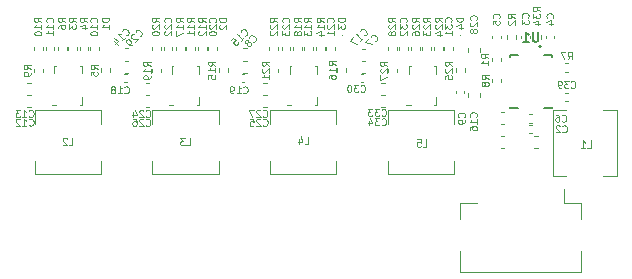
<source format=gbr>
G04 #@! TF.GenerationSoftware,KiCad,Pcbnew,(6.0.4)*
G04 #@! TF.CreationDate,2022-07-06T17:35:23+08:00*
G04 #@! TF.ProjectId,MP2145S_EVB,4d503231-3435-4535-9f45-56422e6b6963,rev?*
G04 #@! TF.SameCoordinates,PX5e56640PY77750e0*
G04 #@! TF.FileFunction,Legend,Bot*
G04 #@! TF.FilePolarity,Positive*
%FSLAX46Y46*%
G04 Gerber Fmt 4.6, Leading zero omitted, Abs format (unit mm)*
G04 Created by KiCad (PCBNEW (6.0.4)) date 2022-07-06 17:35:23*
%MOMM*%
%LPD*%
G01*
G04 APERTURE LIST*
%ADD10C,0.100000*%
%ADD11C,0.150000*%
%ADD12C,0.120000*%
%ADD13C,0.127000*%
%ADD14C,0.200000*%
G04 APERTURE END LIST*
D10*
G04 #@! TO.C,C2*
X59730000Y22095715D02*
X59758571Y22067143D01*
X59844285Y22038572D01*
X59901428Y22038572D01*
X59987142Y22067143D01*
X60044285Y22124286D01*
X60072857Y22181429D01*
X60101428Y22295715D01*
X60101428Y22381429D01*
X60072857Y22495715D01*
X60044285Y22552858D01*
X59987142Y22610000D01*
X59901428Y22638572D01*
X59844285Y22638572D01*
X59758571Y22610000D01*
X59730000Y22581429D01*
X59501428Y22581429D02*
X59472857Y22610000D01*
X59415714Y22638572D01*
X59272857Y22638572D01*
X59215714Y22610000D01*
X59187142Y22581429D01*
X59158571Y22524286D01*
X59158571Y22467143D01*
X59187142Y22381429D01*
X59530000Y22038572D01*
X59158571Y22038572D01*
G04 #@! TO.C,C3*
X56814285Y31770000D02*
X56842857Y31798572D01*
X56871428Y31884286D01*
X56871428Y31941429D01*
X56842857Y32027143D01*
X56785714Y32084286D01*
X56728571Y32112858D01*
X56614285Y32141429D01*
X56528571Y32141429D01*
X56414285Y32112858D01*
X56357142Y32084286D01*
X56300000Y32027143D01*
X56271428Y31941429D01*
X56271428Y31884286D01*
X56300000Y31798572D01*
X56328571Y31770000D01*
X56271428Y31570000D02*
X56271428Y31198572D01*
X56500000Y31398572D01*
X56500000Y31312858D01*
X56528571Y31255715D01*
X56557142Y31227143D01*
X56614285Y31198572D01*
X56757142Y31198572D01*
X56814285Y31227143D01*
X56842857Y31255715D01*
X56871428Y31312858D01*
X56871428Y31484286D01*
X56842857Y31541429D01*
X56814285Y31570000D01*
G04 #@! TO.C,C4*
X58904285Y31760000D02*
X58932857Y31788572D01*
X58961428Y31874286D01*
X58961428Y31931429D01*
X58932857Y32017143D01*
X58875714Y32074286D01*
X58818571Y32102858D01*
X58704285Y32131429D01*
X58618571Y32131429D01*
X58504285Y32102858D01*
X58447142Y32074286D01*
X58390000Y32017143D01*
X58361428Y31931429D01*
X58361428Y31874286D01*
X58390000Y31788572D01*
X58418571Y31760000D01*
X58561428Y31245715D02*
X58961428Y31245715D01*
X58332857Y31388572D02*
X58761428Y31531429D01*
X58761428Y31160000D01*
G04 #@! TO.C,C5*
X54354285Y31730000D02*
X54382857Y31758572D01*
X54411428Y31844286D01*
X54411428Y31901429D01*
X54382857Y31987143D01*
X54325714Y32044286D01*
X54268571Y32072858D01*
X54154285Y32101429D01*
X54068571Y32101429D01*
X53954285Y32072858D01*
X53897142Y32044286D01*
X53840000Y31987143D01*
X53811428Y31901429D01*
X53811428Y31844286D01*
X53840000Y31758572D01*
X53868571Y31730000D01*
X53811428Y31187143D02*
X53811428Y31472858D01*
X54097142Y31501429D01*
X54068571Y31472858D01*
X54040000Y31415715D01*
X54040000Y31272858D01*
X54068571Y31215715D01*
X54097142Y31187143D01*
X54154285Y31158572D01*
X54297142Y31158572D01*
X54354285Y31187143D01*
X54382857Y31215715D01*
X54411428Y31272858D01*
X54411428Y31415715D01*
X54382857Y31472858D01*
X54354285Y31501429D01*
G04 #@! TO.C,C6*
X59690000Y23005715D02*
X59718571Y22977143D01*
X59804285Y22948572D01*
X59861428Y22948572D01*
X59947142Y22977143D01*
X60004285Y23034286D01*
X60032857Y23091429D01*
X60061428Y23205715D01*
X60061428Y23291429D01*
X60032857Y23405715D01*
X60004285Y23462858D01*
X59947142Y23520000D01*
X59861428Y23548572D01*
X59804285Y23548572D01*
X59718571Y23520000D01*
X59690000Y23491429D01*
X59175714Y23548572D02*
X59290000Y23548572D01*
X59347142Y23520000D01*
X59375714Y23491429D01*
X59432857Y23405715D01*
X59461428Y23291429D01*
X59461428Y23062858D01*
X59432857Y23005715D01*
X59404285Y22977143D01*
X59347142Y22948572D01*
X59232857Y22948572D01*
X59175714Y22977143D01*
X59147142Y23005715D01*
X59118571Y23062858D01*
X59118571Y23205715D01*
X59147142Y23262858D01*
X59175714Y23291429D01*
X59232857Y23320000D01*
X59347142Y23320000D01*
X59404285Y23291429D01*
X59432857Y23262858D01*
X59461428Y23205715D01*
G04 #@! TO.C,C39*
X60455714Y25855715D02*
X60484285Y25827143D01*
X60570000Y25798572D01*
X60627142Y25798572D01*
X60712857Y25827143D01*
X60770000Y25884286D01*
X60798571Y25941429D01*
X60827142Y26055715D01*
X60827142Y26141429D01*
X60798571Y26255715D01*
X60770000Y26312858D01*
X60712857Y26370000D01*
X60627142Y26398572D01*
X60570000Y26398572D01*
X60484285Y26370000D01*
X60455714Y26341429D01*
X60255714Y26398572D02*
X59884285Y26398572D01*
X60084285Y26170000D01*
X59998571Y26170000D01*
X59941428Y26141429D01*
X59912857Y26112858D01*
X59884285Y26055715D01*
X59884285Y25912858D01*
X59912857Y25855715D01*
X59941428Y25827143D01*
X59998571Y25798572D01*
X60170000Y25798572D01*
X60227142Y25827143D01*
X60255714Y25855715D01*
X59598571Y25798572D02*
X59484285Y25798572D01*
X59427142Y25827143D01*
X59398571Y25855715D01*
X59341428Y25941429D01*
X59312857Y26055715D01*
X59312857Y26284286D01*
X59341428Y26341429D01*
X59370000Y26370000D01*
X59427142Y26398572D01*
X59541428Y26398572D01*
X59598571Y26370000D01*
X59627142Y26341429D01*
X59655714Y26284286D01*
X59655714Y26141429D01*
X59627142Y26084286D01*
X59598571Y26055715D01*
X59541428Y26027143D01*
X59427142Y26027143D01*
X59370000Y26055715D01*
X59341428Y26084286D01*
X59312857Y26141429D01*
G04 #@! TO.C,L1*
X61830000Y20758572D02*
X62115714Y20758572D01*
X62115714Y21358572D01*
X61315714Y20758572D02*
X61658571Y20758572D01*
X61487142Y20758572D02*
X61487142Y21358572D01*
X61544285Y21272858D01*
X61601428Y21215715D01*
X61658571Y21187143D01*
G04 #@! TO.C,R1*
X53461428Y28320000D02*
X53175714Y28520000D01*
X53461428Y28662858D02*
X52861428Y28662858D01*
X52861428Y28434286D01*
X52890000Y28377143D01*
X52918571Y28348572D01*
X52975714Y28320000D01*
X53061428Y28320000D01*
X53118571Y28348572D01*
X53147142Y28377143D01*
X53175714Y28434286D01*
X53175714Y28662858D01*
X53461428Y27748572D02*
X53461428Y28091429D01*
X53461428Y27920000D02*
X52861428Y27920000D01*
X52947142Y27977143D01*
X53004285Y28034286D01*
X53032857Y28091429D01*
G04 #@! TO.C,R2*
X55681428Y31740000D02*
X55395714Y31940000D01*
X55681428Y32082858D02*
X55081428Y32082858D01*
X55081428Y31854286D01*
X55110000Y31797143D01*
X55138571Y31768572D01*
X55195714Y31740000D01*
X55281428Y31740000D01*
X55338571Y31768572D01*
X55367142Y31797143D01*
X55395714Y31854286D01*
X55395714Y32082858D01*
X55138571Y31511429D02*
X55110000Y31482858D01*
X55081428Y31425715D01*
X55081428Y31282858D01*
X55110000Y31225715D01*
X55138571Y31197143D01*
X55195714Y31168572D01*
X55252857Y31168572D01*
X55338571Y31197143D01*
X55681428Y31540000D01*
X55681428Y31168572D01*
G04 #@! TO.C,R7*
X60170000Y28238572D02*
X60370000Y28524286D01*
X60512857Y28238572D02*
X60512857Y28838572D01*
X60284285Y28838572D01*
X60227142Y28810000D01*
X60198571Y28781429D01*
X60170000Y28724286D01*
X60170000Y28638572D01*
X60198571Y28581429D01*
X60227142Y28552858D01*
X60284285Y28524286D01*
X60512857Y28524286D01*
X59970000Y28838572D02*
X59570000Y28838572D01*
X59827142Y28238572D01*
G04 #@! TO.C,R8*
X53481428Y26540000D02*
X53195714Y26740000D01*
X53481428Y26882858D02*
X52881428Y26882858D01*
X52881428Y26654286D01*
X52910000Y26597143D01*
X52938571Y26568572D01*
X52995714Y26540000D01*
X53081428Y26540000D01*
X53138571Y26568572D01*
X53167142Y26597143D01*
X53195714Y26654286D01*
X53195714Y26882858D01*
X53138571Y26197143D02*
X53110000Y26254286D01*
X53081428Y26282858D01*
X53024285Y26311429D01*
X52995714Y26311429D01*
X52938571Y26282858D01*
X52910000Y26254286D01*
X52881428Y26197143D01*
X52881428Y26082858D01*
X52910000Y26025715D01*
X52938571Y25997143D01*
X52995714Y25968572D01*
X53024285Y25968572D01*
X53081428Y25997143D01*
X53110000Y26025715D01*
X53138571Y26082858D01*
X53138571Y26197143D01*
X53167142Y26254286D01*
X53195714Y26282858D01*
X53252857Y26311429D01*
X53367142Y26311429D01*
X53424285Y26282858D01*
X53452857Y26254286D01*
X53481428Y26197143D01*
X53481428Y26082858D01*
X53452857Y26025715D01*
X53424285Y25997143D01*
X53367142Y25968572D01*
X53252857Y25968572D01*
X53195714Y25997143D01*
X53167142Y26025715D01*
X53138571Y26082858D01*
G04 #@! TO.C,R34*
X57821428Y32305715D02*
X57535714Y32505715D01*
X57821428Y32648572D02*
X57221428Y32648572D01*
X57221428Y32420000D01*
X57250000Y32362858D01*
X57278571Y32334286D01*
X57335714Y32305715D01*
X57421428Y32305715D01*
X57478571Y32334286D01*
X57507142Y32362858D01*
X57535714Y32420000D01*
X57535714Y32648572D01*
X57221428Y32105715D02*
X57221428Y31734286D01*
X57450000Y31934286D01*
X57450000Y31848572D01*
X57478571Y31791429D01*
X57507142Y31762858D01*
X57564285Y31734286D01*
X57707142Y31734286D01*
X57764285Y31762858D01*
X57792857Y31791429D01*
X57821428Y31848572D01*
X57821428Y32020000D01*
X57792857Y32077143D01*
X57764285Y32105715D01*
X57421428Y31220000D02*
X57821428Y31220000D01*
X57192857Y31362858D02*
X57621428Y31505715D01*
X57621428Y31134286D01*
D11*
G04 #@! TO.C,U1*
X57680651Y30524896D02*
X57680651Y29876079D01*
X57642485Y29799748D01*
X57604320Y29761582D01*
X57527988Y29723416D01*
X57375325Y29723416D01*
X57298994Y29761582D01*
X57260828Y29799748D01*
X57222662Y29876079D01*
X57222662Y30524896D01*
X56421182Y29723416D02*
X56879171Y29723416D01*
X56650177Y29723416D02*
X56650177Y30524896D01*
X56726508Y30410399D01*
X56802840Y30334068D01*
X56879171Y30295902D01*
D10*
G04 #@! TO.C,C7*
X43842233Y29779188D02*
X43882639Y29779188D01*
X43963451Y29819594D01*
X44003857Y29860000D01*
X44044264Y29940813D01*
X44044264Y30021625D01*
X44024061Y30082234D01*
X43963451Y30183249D01*
X43902842Y30243858D01*
X43801827Y30304468D01*
X43741218Y30324671D01*
X43660406Y30324671D01*
X43579593Y30284265D01*
X43539187Y30243858D01*
X43498781Y30163046D01*
X43498781Y30122640D01*
X43316954Y30021625D02*
X43034111Y29738782D01*
X43640203Y29496346D01*
G04 #@! TO.C,C8*
X33562233Y29719188D02*
X33602639Y29719188D01*
X33683451Y29759594D01*
X33723857Y29800000D01*
X33764264Y29880813D01*
X33764264Y29961625D01*
X33744061Y30022234D01*
X33683451Y30123249D01*
X33622842Y30183858D01*
X33521827Y30244468D01*
X33461218Y30264671D01*
X33380406Y30264671D01*
X33299593Y30224265D01*
X33259187Y30183858D01*
X33218781Y30103046D01*
X33218781Y30062640D01*
X33117766Y29678782D02*
X33137969Y29739391D01*
X33137969Y29779797D01*
X33117766Y29840407D01*
X33097563Y29860610D01*
X33036954Y29880813D01*
X32996548Y29880813D01*
X32935938Y29860610D01*
X32855126Y29779797D01*
X32834923Y29719188D01*
X32834923Y29678782D01*
X32855126Y29618173D01*
X32875329Y29597970D01*
X32935938Y29577767D01*
X32976345Y29577767D01*
X33036954Y29597970D01*
X33117766Y29678782D01*
X33178375Y29698985D01*
X33218781Y29698985D01*
X33279390Y29678782D01*
X33360203Y29597970D01*
X33380406Y29537361D01*
X33380406Y29496955D01*
X33360203Y29436346D01*
X33279390Y29355533D01*
X33218781Y29335330D01*
X33178375Y29335330D01*
X33117766Y29355533D01*
X33036954Y29436346D01*
X33016751Y29496955D01*
X33016751Y29537361D01*
X33036954Y29597970D01*
G04 #@! TO.C,C9*
X51414285Y23350000D02*
X51442857Y23378572D01*
X51471428Y23464286D01*
X51471428Y23521429D01*
X51442857Y23607143D01*
X51385714Y23664286D01*
X51328571Y23692858D01*
X51214285Y23721429D01*
X51128571Y23721429D01*
X51014285Y23692858D01*
X50957142Y23664286D01*
X50900000Y23607143D01*
X50871428Y23521429D01*
X50871428Y23464286D01*
X50900000Y23378572D01*
X50928571Y23350000D01*
X51471428Y23064286D02*
X51471428Y22950000D01*
X51442857Y22892858D01*
X51414285Y22864286D01*
X51328571Y22807143D01*
X51214285Y22778572D01*
X50985714Y22778572D01*
X50928571Y22807143D01*
X50900000Y22835715D01*
X50871428Y22892858D01*
X50871428Y23007143D01*
X50900000Y23064286D01*
X50928571Y23092858D01*
X50985714Y23121429D01*
X51128571Y23121429D01*
X51185714Y23092858D01*
X51214285Y23064286D01*
X51242857Y23007143D01*
X51242857Y22892858D01*
X51214285Y22835715D01*
X51185714Y22807143D01*
X51128571Y22778572D01*
G04 #@! TO.C,C10*
X20304285Y31395715D02*
X20332857Y31424286D01*
X20361428Y31510000D01*
X20361428Y31567143D01*
X20332857Y31652858D01*
X20275714Y31710000D01*
X20218571Y31738572D01*
X20104285Y31767143D01*
X20018571Y31767143D01*
X19904285Y31738572D01*
X19847142Y31710000D01*
X19790000Y31652858D01*
X19761428Y31567143D01*
X19761428Y31510000D01*
X19790000Y31424286D01*
X19818571Y31395715D01*
X20361428Y30824286D02*
X20361428Y31167143D01*
X20361428Y30995715D02*
X19761428Y30995715D01*
X19847142Y31052858D01*
X19904285Y31110000D01*
X19932857Y31167143D01*
X19761428Y30452858D02*
X19761428Y30395715D01*
X19790000Y30338572D01*
X19818571Y30310000D01*
X19875714Y30281429D01*
X19990000Y30252858D01*
X20132857Y30252858D01*
X20247142Y30281429D01*
X20304285Y30310000D01*
X20332857Y30338572D01*
X20361428Y30395715D01*
X20361428Y30452858D01*
X20332857Y30510000D01*
X20304285Y30538572D01*
X20247142Y30567143D01*
X20132857Y30595715D01*
X19990000Y30595715D01*
X19875714Y30567143D01*
X19818571Y30538572D01*
X19790000Y30510000D01*
X19761428Y30452858D01*
G04 #@! TO.C,C11*
X16574285Y31395715D02*
X16602857Y31424286D01*
X16631428Y31510000D01*
X16631428Y31567143D01*
X16602857Y31652858D01*
X16545714Y31710000D01*
X16488571Y31738572D01*
X16374285Y31767143D01*
X16288571Y31767143D01*
X16174285Y31738572D01*
X16117142Y31710000D01*
X16060000Y31652858D01*
X16031428Y31567143D01*
X16031428Y31510000D01*
X16060000Y31424286D01*
X16088571Y31395715D01*
X16631428Y30824286D02*
X16631428Y31167143D01*
X16631428Y30995715D02*
X16031428Y30995715D01*
X16117142Y31052858D01*
X16174285Y31110000D01*
X16202857Y31167143D01*
X16631428Y30252858D02*
X16631428Y30595715D01*
X16631428Y30424286D02*
X16031428Y30424286D01*
X16117142Y30481429D01*
X16174285Y30538572D01*
X16202857Y30595715D01*
G04 #@! TO.C,C12*
X14575714Y22665715D02*
X14604285Y22637143D01*
X14690000Y22608572D01*
X14747142Y22608572D01*
X14832857Y22637143D01*
X14890000Y22694286D01*
X14918571Y22751429D01*
X14947142Y22865715D01*
X14947142Y22951429D01*
X14918571Y23065715D01*
X14890000Y23122858D01*
X14832857Y23180000D01*
X14747142Y23208572D01*
X14690000Y23208572D01*
X14604285Y23180000D01*
X14575714Y23151429D01*
X14004285Y22608572D02*
X14347142Y22608572D01*
X14175714Y22608572D02*
X14175714Y23208572D01*
X14232857Y23122858D01*
X14290000Y23065715D01*
X14347142Y23037143D01*
X13775714Y23151429D02*
X13747142Y23180000D01*
X13690000Y23208572D01*
X13547142Y23208572D01*
X13490000Y23180000D01*
X13461428Y23151429D01*
X13432857Y23094286D01*
X13432857Y23037143D01*
X13461428Y22951429D01*
X13804285Y22608572D01*
X13432857Y22608572D01*
G04 #@! TO.C,C13*
X14575714Y23405715D02*
X14604285Y23377143D01*
X14690000Y23348572D01*
X14747142Y23348572D01*
X14832857Y23377143D01*
X14890000Y23434286D01*
X14918571Y23491429D01*
X14947142Y23605715D01*
X14947142Y23691429D01*
X14918571Y23805715D01*
X14890000Y23862858D01*
X14832857Y23920000D01*
X14747142Y23948572D01*
X14690000Y23948572D01*
X14604285Y23920000D01*
X14575714Y23891429D01*
X14004285Y23348572D02*
X14347142Y23348572D01*
X14175714Y23348572D02*
X14175714Y23948572D01*
X14232857Y23862858D01*
X14290000Y23805715D01*
X14347142Y23777143D01*
X13804285Y23948572D02*
X13432857Y23948572D01*
X13632857Y23720000D01*
X13547142Y23720000D01*
X13490000Y23691429D01*
X13461428Y23662858D01*
X13432857Y23605715D01*
X13432857Y23462858D01*
X13461428Y23405715D01*
X13490000Y23377143D01*
X13547142Y23348572D01*
X13718571Y23348572D01*
X13775714Y23377143D01*
X13804285Y23405715D01*
G04 #@! TO.C,C14*
X22794264Y30271219D02*
X22834670Y30271219D01*
X22915482Y30311625D01*
X22955888Y30352031D01*
X22996294Y30432843D01*
X22996294Y30513655D01*
X22976091Y30574265D01*
X22915482Y30675280D01*
X22854873Y30735889D01*
X22753857Y30796498D01*
X22693248Y30816701D01*
X22612436Y30816701D01*
X22531624Y30776295D01*
X22491218Y30735889D01*
X22450812Y30655077D01*
X22450812Y30614671D01*
X22430609Y29826752D02*
X22673045Y30069188D01*
X22551827Y29947970D02*
X22127563Y30372234D01*
X22228578Y30352031D01*
X22309390Y30352031D01*
X22370000Y30372234D01*
X21784111Y29745939D02*
X22066954Y29463097D01*
X21723502Y30008579D02*
X22127563Y29806549D01*
X21864923Y29543909D01*
G04 #@! TO.C,C15*
X32844264Y30241219D02*
X32884670Y30241219D01*
X32965482Y30281625D01*
X33005888Y30322031D01*
X33046294Y30402843D01*
X33046294Y30483655D01*
X33026091Y30544265D01*
X32965482Y30645280D01*
X32904873Y30705889D01*
X32803857Y30766498D01*
X32743248Y30786701D01*
X32662436Y30786701D01*
X32581624Y30746295D01*
X32541218Y30705889D01*
X32500812Y30625077D01*
X32500812Y30584671D01*
X32480609Y29796752D02*
X32723045Y30039188D01*
X32601827Y29917970D02*
X32177563Y30342234D01*
X32278578Y30322031D01*
X32359390Y30322031D01*
X32420000Y30342234D01*
X31672487Y29837158D02*
X31874517Y30039188D01*
X32096751Y29857361D01*
X32056345Y29857361D01*
X31995735Y29837158D01*
X31894720Y29736143D01*
X31874517Y29675533D01*
X31874517Y29635127D01*
X31894720Y29574518D01*
X31995735Y29473503D01*
X32056345Y29453300D01*
X32096751Y29453300D01*
X32157360Y29473503D01*
X32258375Y29574518D01*
X32278578Y29635127D01*
X32278578Y29675533D01*
G04 #@! TO.C,C16*
X52424285Y23365715D02*
X52452857Y23394286D01*
X52481428Y23480000D01*
X52481428Y23537143D01*
X52452857Y23622858D01*
X52395714Y23680000D01*
X52338571Y23708572D01*
X52224285Y23737143D01*
X52138571Y23737143D01*
X52024285Y23708572D01*
X51967142Y23680000D01*
X51910000Y23622858D01*
X51881428Y23537143D01*
X51881428Y23480000D01*
X51910000Y23394286D01*
X51938571Y23365715D01*
X52481428Y22794286D02*
X52481428Y23137143D01*
X52481428Y22965715D02*
X51881428Y22965715D01*
X51967142Y23022858D01*
X52024285Y23080000D01*
X52052857Y23137143D01*
X51881428Y22280000D02*
X51881428Y22394286D01*
X51910000Y22451429D01*
X51938571Y22480000D01*
X52024285Y22537143D01*
X52138571Y22565715D01*
X52367142Y22565715D01*
X52424285Y22537143D01*
X52452857Y22508572D01*
X52481428Y22451429D01*
X52481428Y22337143D01*
X52452857Y22280000D01*
X52424285Y22251429D01*
X52367142Y22222858D01*
X52224285Y22222858D01*
X52167142Y22251429D01*
X52138571Y22280000D01*
X52110000Y22337143D01*
X52110000Y22451429D01*
X52138571Y22508572D01*
X52167142Y22537143D01*
X52224285Y22565715D01*
G04 #@! TO.C,C17*
X42944264Y30251219D02*
X42984670Y30251219D01*
X43065482Y30291625D01*
X43105888Y30332031D01*
X43146294Y30412843D01*
X43146294Y30493655D01*
X43126091Y30554265D01*
X43065482Y30655280D01*
X43004873Y30715889D01*
X42903857Y30776498D01*
X42843248Y30796701D01*
X42762436Y30796701D01*
X42681624Y30756295D01*
X42641218Y30715889D01*
X42600812Y30635077D01*
X42600812Y30594671D01*
X42580609Y29806752D02*
X42823045Y30049188D01*
X42701827Y29927970D02*
X42277563Y30352234D01*
X42378578Y30332031D01*
X42459390Y30332031D01*
X42520000Y30352234D01*
X42014923Y30089594D02*
X41732081Y29806752D01*
X42338172Y29564315D01*
G04 #@! TO.C,C18*
X22645714Y25415715D02*
X22674285Y25387143D01*
X22760000Y25358572D01*
X22817142Y25358572D01*
X22902857Y25387143D01*
X22960000Y25444286D01*
X22988571Y25501429D01*
X23017142Y25615715D01*
X23017142Y25701429D01*
X22988571Y25815715D01*
X22960000Y25872858D01*
X22902857Y25930000D01*
X22817142Y25958572D01*
X22760000Y25958572D01*
X22674285Y25930000D01*
X22645714Y25901429D01*
X22074285Y25358572D02*
X22417142Y25358572D01*
X22245714Y25358572D02*
X22245714Y25958572D01*
X22302857Y25872858D01*
X22360000Y25815715D01*
X22417142Y25787143D01*
X21731428Y25701429D02*
X21788571Y25730000D01*
X21817142Y25758572D01*
X21845714Y25815715D01*
X21845714Y25844286D01*
X21817142Y25901429D01*
X21788571Y25930000D01*
X21731428Y25958572D01*
X21617142Y25958572D01*
X21560000Y25930000D01*
X21531428Y25901429D01*
X21502857Y25844286D01*
X21502857Y25815715D01*
X21531428Y25758572D01*
X21560000Y25730000D01*
X21617142Y25701429D01*
X21731428Y25701429D01*
X21788571Y25672858D01*
X21817142Y25644286D01*
X21845714Y25587143D01*
X21845714Y25472858D01*
X21817142Y25415715D01*
X21788571Y25387143D01*
X21731428Y25358572D01*
X21617142Y25358572D01*
X21560000Y25387143D01*
X21531428Y25415715D01*
X21502857Y25472858D01*
X21502857Y25587143D01*
X21531428Y25644286D01*
X21560000Y25672858D01*
X21617142Y25701429D01*
G04 #@! TO.C,C19*
X32705714Y25415715D02*
X32734285Y25387143D01*
X32820000Y25358572D01*
X32877142Y25358572D01*
X32962857Y25387143D01*
X33020000Y25444286D01*
X33048571Y25501429D01*
X33077142Y25615715D01*
X33077142Y25701429D01*
X33048571Y25815715D01*
X33020000Y25872858D01*
X32962857Y25930000D01*
X32877142Y25958572D01*
X32820000Y25958572D01*
X32734285Y25930000D01*
X32705714Y25901429D01*
X32134285Y25358572D02*
X32477142Y25358572D01*
X32305714Y25358572D02*
X32305714Y25958572D01*
X32362857Y25872858D01*
X32420000Y25815715D01*
X32477142Y25787143D01*
X31848571Y25358572D02*
X31734285Y25358572D01*
X31677142Y25387143D01*
X31648571Y25415715D01*
X31591428Y25501429D01*
X31562857Y25615715D01*
X31562857Y25844286D01*
X31591428Y25901429D01*
X31620000Y25930000D01*
X31677142Y25958572D01*
X31791428Y25958572D01*
X31848571Y25930000D01*
X31877142Y25901429D01*
X31905714Y25844286D01*
X31905714Y25701429D01*
X31877142Y25644286D01*
X31848571Y25615715D01*
X31791428Y25587143D01*
X31677142Y25587143D01*
X31620000Y25615715D01*
X31591428Y25644286D01*
X31562857Y25701429D01*
G04 #@! TO.C,C20*
X30334284Y31395715D02*
X30362856Y31424286D01*
X30391427Y31510000D01*
X30391427Y31567143D01*
X30362856Y31652858D01*
X30305713Y31710000D01*
X30248570Y31738572D01*
X30134284Y31767143D01*
X30048570Y31767143D01*
X29934284Y31738572D01*
X29877141Y31710000D01*
X29819999Y31652858D01*
X29791427Y31567143D01*
X29791427Y31510000D01*
X29819999Y31424286D01*
X29848570Y31395715D01*
X29848570Y31167143D02*
X29819999Y31138572D01*
X29791427Y31081429D01*
X29791427Y30938572D01*
X29819999Y30881429D01*
X29848570Y30852858D01*
X29905713Y30824286D01*
X29962856Y30824286D01*
X30048570Y30852858D01*
X30391427Y31195715D01*
X30391427Y30824286D01*
X29791427Y30452858D02*
X29791427Y30395715D01*
X29819999Y30338572D01*
X29848570Y30310000D01*
X29905713Y30281429D01*
X30019999Y30252858D01*
X30162856Y30252858D01*
X30277141Y30281429D01*
X30334284Y30310000D01*
X30362856Y30338572D01*
X30391427Y30395715D01*
X30391427Y30452858D01*
X30362856Y30510000D01*
X30334284Y30538572D01*
X30277141Y30567143D01*
X30162856Y30595715D01*
X30019999Y30595715D01*
X29905713Y30567143D01*
X29848570Y30538572D01*
X29819999Y30510000D01*
X29791427Y30452858D01*
G04 #@! TO.C,C21*
X40304286Y31395715D02*
X40332858Y31424286D01*
X40361429Y31510000D01*
X40361429Y31567143D01*
X40332858Y31652858D01*
X40275715Y31710000D01*
X40218572Y31738572D01*
X40104286Y31767143D01*
X40018572Y31767143D01*
X39904286Y31738572D01*
X39847143Y31710000D01*
X39790001Y31652858D01*
X39761429Y31567143D01*
X39761429Y31510000D01*
X39790001Y31424286D01*
X39818572Y31395715D01*
X39818572Y31167143D02*
X39790001Y31138572D01*
X39761429Y31081429D01*
X39761429Y30938572D01*
X39790001Y30881429D01*
X39818572Y30852858D01*
X39875715Y30824286D01*
X39932858Y30824286D01*
X40018572Y30852858D01*
X40361429Y31195715D01*
X40361429Y30824286D01*
X40361429Y30252858D02*
X40361429Y30595715D01*
X40361429Y30424286D02*
X39761429Y30424286D01*
X39847143Y30481429D01*
X39904286Y30538572D01*
X39932858Y30595715D01*
G04 #@! TO.C,C22*
X26564285Y31395715D02*
X26592857Y31424286D01*
X26621428Y31510000D01*
X26621428Y31567143D01*
X26592857Y31652858D01*
X26535714Y31710000D01*
X26478571Y31738572D01*
X26364285Y31767143D01*
X26278571Y31767143D01*
X26164285Y31738572D01*
X26107142Y31710000D01*
X26050000Y31652858D01*
X26021428Y31567143D01*
X26021428Y31510000D01*
X26050000Y31424286D01*
X26078571Y31395715D01*
X26078571Y31167143D02*
X26050000Y31138572D01*
X26021428Y31081429D01*
X26021428Y30938572D01*
X26050000Y30881429D01*
X26078571Y30852858D01*
X26135714Y30824286D01*
X26192857Y30824286D01*
X26278571Y30852858D01*
X26621428Y31195715D01*
X26621428Y30824286D01*
X26078571Y30595715D02*
X26050000Y30567143D01*
X26021428Y30510000D01*
X26021428Y30367143D01*
X26050000Y30310000D01*
X26078571Y30281429D01*
X26135714Y30252858D01*
X26192857Y30252858D01*
X26278571Y30281429D01*
X26621428Y30624286D01*
X26621428Y30252858D01*
G04 #@! TO.C,C23*
X36554285Y31395715D02*
X36582857Y31424286D01*
X36611428Y31510000D01*
X36611428Y31567143D01*
X36582857Y31652858D01*
X36525714Y31710000D01*
X36468571Y31738572D01*
X36354285Y31767143D01*
X36268571Y31767143D01*
X36154285Y31738572D01*
X36097142Y31710000D01*
X36040000Y31652858D01*
X36011428Y31567143D01*
X36011428Y31510000D01*
X36040000Y31424286D01*
X36068571Y31395715D01*
X36068571Y31167143D02*
X36040000Y31138572D01*
X36011428Y31081429D01*
X36011428Y30938572D01*
X36040000Y30881429D01*
X36068571Y30852858D01*
X36125714Y30824286D01*
X36182857Y30824286D01*
X36268571Y30852858D01*
X36611428Y31195715D01*
X36611428Y30824286D01*
X36011428Y30624286D02*
X36011428Y30252858D01*
X36240000Y30452858D01*
X36240000Y30367143D01*
X36268571Y30310000D01*
X36297142Y30281429D01*
X36354285Y30252858D01*
X36497142Y30252858D01*
X36554285Y30281429D01*
X36582857Y30310000D01*
X36611428Y30367143D01*
X36611428Y30538572D01*
X36582857Y30595715D01*
X36554285Y30624286D01*
G04 #@! TO.C,C24*
X24465714Y23395715D02*
X24494285Y23367143D01*
X24580000Y23338572D01*
X24637142Y23338572D01*
X24722857Y23367143D01*
X24780000Y23424286D01*
X24808571Y23481429D01*
X24837142Y23595715D01*
X24837142Y23681429D01*
X24808571Y23795715D01*
X24780000Y23852858D01*
X24722857Y23910000D01*
X24637142Y23938572D01*
X24580000Y23938572D01*
X24494285Y23910000D01*
X24465714Y23881429D01*
X24237142Y23881429D02*
X24208571Y23910000D01*
X24151428Y23938572D01*
X24008571Y23938572D01*
X23951428Y23910000D01*
X23922857Y23881429D01*
X23894285Y23824286D01*
X23894285Y23767143D01*
X23922857Y23681429D01*
X24265714Y23338572D01*
X23894285Y23338572D01*
X23380000Y23738572D02*
X23380000Y23338572D01*
X23522857Y23967143D02*
X23665714Y23538572D01*
X23294285Y23538572D01*
G04 #@! TO.C,C25*
X34385714Y22655715D02*
X34414285Y22627143D01*
X34500000Y22598572D01*
X34557142Y22598572D01*
X34642857Y22627143D01*
X34700000Y22684286D01*
X34728571Y22741429D01*
X34757142Y22855715D01*
X34757142Y22941429D01*
X34728571Y23055715D01*
X34700000Y23112858D01*
X34642857Y23170000D01*
X34557142Y23198572D01*
X34500000Y23198572D01*
X34414285Y23170000D01*
X34385714Y23141429D01*
X34157142Y23141429D02*
X34128571Y23170000D01*
X34071428Y23198572D01*
X33928571Y23198572D01*
X33871428Y23170000D01*
X33842857Y23141429D01*
X33814285Y23084286D01*
X33814285Y23027143D01*
X33842857Y22941429D01*
X34185714Y22598572D01*
X33814285Y22598572D01*
X33271428Y23198572D02*
X33557142Y23198572D01*
X33585714Y22912858D01*
X33557142Y22941429D01*
X33500000Y22970000D01*
X33357142Y22970000D01*
X33300000Y22941429D01*
X33271428Y22912858D01*
X33242857Y22855715D01*
X33242857Y22712858D01*
X33271428Y22655715D01*
X33300000Y22627143D01*
X33357142Y22598572D01*
X33500000Y22598572D01*
X33557142Y22627143D01*
X33585714Y22655715D01*
G04 #@! TO.C,C26*
X24465714Y22655715D02*
X24494285Y22627143D01*
X24580000Y22598572D01*
X24637142Y22598572D01*
X24722857Y22627143D01*
X24780000Y22684286D01*
X24808571Y22741429D01*
X24837142Y22855715D01*
X24837142Y22941429D01*
X24808571Y23055715D01*
X24780000Y23112858D01*
X24722857Y23170000D01*
X24637142Y23198572D01*
X24580000Y23198572D01*
X24494285Y23170000D01*
X24465714Y23141429D01*
X24237142Y23141429D02*
X24208571Y23170000D01*
X24151428Y23198572D01*
X24008571Y23198572D01*
X23951428Y23170000D01*
X23922857Y23141429D01*
X23894285Y23084286D01*
X23894285Y23027143D01*
X23922857Y22941429D01*
X24265714Y22598572D01*
X23894285Y22598572D01*
X23380000Y23198572D02*
X23494285Y23198572D01*
X23551428Y23170000D01*
X23580000Y23141429D01*
X23637142Y23055715D01*
X23665714Y22941429D01*
X23665714Y22712858D01*
X23637142Y22655715D01*
X23608571Y22627143D01*
X23551428Y22598572D01*
X23437142Y22598572D01*
X23380000Y22627143D01*
X23351428Y22655715D01*
X23322857Y22712858D01*
X23322857Y22855715D01*
X23351428Y22912858D01*
X23380000Y22941429D01*
X23437142Y22970000D01*
X23551428Y22970000D01*
X23608571Y22941429D01*
X23637142Y22912858D01*
X23665714Y22855715D01*
G04 #@! TO.C,C27*
X34375714Y23415715D02*
X34404285Y23387143D01*
X34490000Y23358572D01*
X34547142Y23358572D01*
X34632857Y23387143D01*
X34690000Y23444286D01*
X34718571Y23501429D01*
X34747142Y23615715D01*
X34747142Y23701429D01*
X34718571Y23815715D01*
X34690000Y23872858D01*
X34632857Y23930000D01*
X34547142Y23958572D01*
X34490000Y23958572D01*
X34404285Y23930000D01*
X34375714Y23901429D01*
X34147142Y23901429D02*
X34118571Y23930000D01*
X34061428Y23958572D01*
X33918571Y23958572D01*
X33861428Y23930000D01*
X33832857Y23901429D01*
X33804285Y23844286D01*
X33804285Y23787143D01*
X33832857Y23701429D01*
X34175714Y23358572D01*
X33804285Y23358572D01*
X33604285Y23958572D02*
X33204285Y23958572D01*
X33461428Y23358572D01*
G04 #@! TO.C,C28*
X52444285Y31595715D02*
X52472857Y31624286D01*
X52501428Y31710000D01*
X52501428Y31767143D01*
X52472857Y31852858D01*
X52415714Y31910000D01*
X52358571Y31938572D01*
X52244285Y31967143D01*
X52158571Y31967143D01*
X52044285Y31938572D01*
X51987142Y31910000D01*
X51930000Y31852858D01*
X51901428Y31767143D01*
X51901428Y31710000D01*
X51930000Y31624286D01*
X51958571Y31595715D01*
X51958571Y31367143D02*
X51930000Y31338572D01*
X51901428Y31281429D01*
X51901428Y31138572D01*
X51930000Y31081429D01*
X51958571Y31052858D01*
X52015714Y31024286D01*
X52072857Y31024286D01*
X52158571Y31052858D01*
X52501428Y31395715D01*
X52501428Y31024286D01*
X52158571Y30681429D02*
X52130000Y30738572D01*
X52101428Y30767143D01*
X52044285Y30795715D01*
X52015714Y30795715D01*
X51958571Y30767143D01*
X51930000Y30738572D01*
X51901428Y30681429D01*
X51901428Y30567143D01*
X51930000Y30510000D01*
X51958571Y30481429D01*
X52015714Y30452858D01*
X52044285Y30452858D01*
X52101428Y30481429D01*
X52130000Y30510000D01*
X52158571Y30567143D01*
X52158571Y30681429D01*
X52187142Y30738572D01*
X52215714Y30767143D01*
X52272857Y30795715D01*
X52387142Y30795715D01*
X52444285Y30767143D01*
X52472857Y30738572D01*
X52501428Y30681429D01*
X52501428Y30567143D01*
X52472857Y30510000D01*
X52444285Y30481429D01*
X52387142Y30452858D01*
X52272857Y30452858D01*
X52215714Y30481429D01*
X52187142Y30510000D01*
X52158571Y30567143D01*
G04 #@! TO.C,C29*
X23924264Y30171219D02*
X23964670Y30171219D01*
X24045482Y30211625D01*
X24085888Y30252031D01*
X24126294Y30332843D01*
X24126294Y30413655D01*
X24106091Y30474265D01*
X24045482Y30575280D01*
X23984873Y30635889D01*
X23883857Y30696498D01*
X23823248Y30716701D01*
X23742436Y30716701D01*
X23661624Y30676295D01*
X23621218Y30635889D01*
X23580812Y30555077D01*
X23580812Y30514671D01*
X23419187Y30353046D02*
X23378781Y30353046D01*
X23318172Y30332843D01*
X23217157Y30231828D01*
X23196954Y30171219D01*
X23196954Y30130813D01*
X23217157Y30070204D01*
X23257563Y30029797D01*
X23338375Y29989391D01*
X23823248Y29989391D01*
X23560609Y29726752D01*
X23358578Y29524721D02*
X23277766Y29443909D01*
X23217157Y29423706D01*
X23176751Y29423706D01*
X23075735Y29443909D01*
X22974720Y29504518D01*
X22813096Y29666143D01*
X22792893Y29726752D01*
X22792893Y29767158D01*
X22813096Y29827767D01*
X22893908Y29908579D01*
X22954517Y29928782D01*
X22994923Y29928782D01*
X23055532Y29908579D01*
X23156548Y29807564D01*
X23176751Y29746955D01*
X23176751Y29706549D01*
X23156548Y29645939D01*
X23075735Y29565127D01*
X23015126Y29544924D01*
X22974720Y29544924D01*
X22914111Y29565127D01*
G04 #@! TO.C,C30*
X42645714Y25525715D02*
X42674285Y25497143D01*
X42760000Y25468572D01*
X42817142Y25468572D01*
X42902857Y25497143D01*
X42960000Y25554286D01*
X42988571Y25611429D01*
X43017142Y25725715D01*
X43017142Y25811429D01*
X42988571Y25925715D01*
X42960000Y25982858D01*
X42902857Y26040000D01*
X42817142Y26068572D01*
X42760000Y26068572D01*
X42674285Y26040000D01*
X42645714Y26011429D01*
X42445714Y26068572D02*
X42074285Y26068572D01*
X42274285Y25840000D01*
X42188571Y25840000D01*
X42131428Y25811429D01*
X42102857Y25782858D01*
X42074285Y25725715D01*
X42074285Y25582858D01*
X42102857Y25525715D01*
X42131428Y25497143D01*
X42188571Y25468572D01*
X42360000Y25468572D01*
X42417142Y25497143D01*
X42445714Y25525715D01*
X41702857Y26068572D02*
X41645714Y26068572D01*
X41588571Y26040000D01*
X41560000Y26011429D01*
X41531428Y25954286D01*
X41502857Y25840000D01*
X41502857Y25697143D01*
X41531428Y25582858D01*
X41560000Y25525715D01*
X41588571Y25497143D01*
X41645714Y25468572D01*
X41702857Y25468572D01*
X41760000Y25497143D01*
X41788571Y25525715D01*
X41817142Y25582858D01*
X41845714Y25697143D01*
X41845714Y25840000D01*
X41817142Y25954286D01*
X41788571Y26011429D01*
X41760000Y26040000D01*
X41702857Y26068572D01*
G04 #@! TO.C,C31*
X50304285Y31405715D02*
X50332857Y31434286D01*
X50361428Y31520000D01*
X50361428Y31577143D01*
X50332857Y31662858D01*
X50275714Y31720000D01*
X50218571Y31748572D01*
X50104285Y31777143D01*
X50018571Y31777143D01*
X49904285Y31748572D01*
X49847142Y31720000D01*
X49790000Y31662858D01*
X49761428Y31577143D01*
X49761428Y31520000D01*
X49790000Y31434286D01*
X49818571Y31405715D01*
X49761428Y31205715D02*
X49761428Y30834286D01*
X49990000Y31034286D01*
X49990000Y30948572D01*
X50018571Y30891429D01*
X50047142Y30862858D01*
X50104285Y30834286D01*
X50247142Y30834286D01*
X50304285Y30862858D01*
X50332857Y30891429D01*
X50361428Y30948572D01*
X50361428Y31120000D01*
X50332857Y31177143D01*
X50304285Y31205715D01*
X50361428Y30262858D02*
X50361428Y30605715D01*
X50361428Y30434286D02*
X49761428Y30434286D01*
X49847142Y30491429D01*
X49904285Y30548572D01*
X49932857Y30605715D01*
G04 #@! TO.C,C32*
X46494285Y31395715D02*
X46522857Y31424286D01*
X46551428Y31510000D01*
X46551428Y31567143D01*
X46522857Y31652858D01*
X46465714Y31710000D01*
X46408571Y31738572D01*
X46294285Y31767143D01*
X46208571Y31767143D01*
X46094285Y31738572D01*
X46037142Y31710000D01*
X45980000Y31652858D01*
X45951428Y31567143D01*
X45951428Y31510000D01*
X45980000Y31424286D01*
X46008571Y31395715D01*
X45951428Y31195715D02*
X45951428Y30824286D01*
X46180000Y31024286D01*
X46180000Y30938572D01*
X46208571Y30881429D01*
X46237142Y30852858D01*
X46294285Y30824286D01*
X46437142Y30824286D01*
X46494285Y30852858D01*
X46522857Y30881429D01*
X46551428Y30938572D01*
X46551428Y31110000D01*
X46522857Y31167143D01*
X46494285Y31195715D01*
X46008571Y30595715D02*
X45980000Y30567143D01*
X45951428Y30510000D01*
X45951428Y30367143D01*
X45980000Y30310000D01*
X46008571Y30281429D01*
X46065714Y30252858D01*
X46122857Y30252858D01*
X46208571Y30281429D01*
X46551428Y30624286D01*
X46551428Y30252858D01*
G04 #@! TO.C,C33*
X44415714Y23475715D02*
X44444285Y23447143D01*
X44530000Y23418572D01*
X44587142Y23418572D01*
X44672857Y23447143D01*
X44730000Y23504286D01*
X44758571Y23561429D01*
X44787142Y23675715D01*
X44787142Y23761429D01*
X44758571Y23875715D01*
X44730000Y23932858D01*
X44672857Y23990000D01*
X44587142Y24018572D01*
X44530000Y24018572D01*
X44444285Y23990000D01*
X44415714Y23961429D01*
X44215714Y24018572D02*
X43844285Y24018572D01*
X44044285Y23790000D01*
X43958571Y23790000D01*
X43901428Y23761429D01*
X43872857Y23732858D01*
X43844285Y23675715D01*
X43844285Y23532858D01*
X43872857Y23475715D01*
X43901428Y23447143D01*
X43958571Y23418572D01*
X44130000Y23418572D01*
X44187142Y23447143D01*
X44215714Y23475715D01*
X43644285Y24018572D02*
X43272857Y24018572D01*
X43472857Y23790000D01*
X43387142Y23790000D01*
X43330000Y23761429D01*
X43301428Y23732858D01*
X43272857Y23675715D01*
X43272857Y23532858D01*
X43301428Y23475715D01*
X43330000Y23447143D01*
X43387142Y23418572D01*
X43558571Y23418572D01*
X43615714Y23447143D01*
X43644285Y23475715D01*
G04 #@! TO.C,C34*
X44415714Y22695715D02*
X44444285Y22667143D01*
X44530000Y22638572D01*
X44587142Y22638572D01*
X44672857Y22667143D01*
X44730000Y22724286D01*
X44758571Y22781429D01*
X44787142Y22895715D01*
X44787142Y22981429D01*
X44758571Y23095715D01*
X44730000Y23152858D01*
X44672857Y23210000D01*
X44587142Y23238572D01*
X44530000Y23238572D01*
X44444285Y23210000D01*
X44415714Y23181429D01*
X44215714Y23238572D02*
X43844285Y23238572D01*
X44044285Y23010000D01*
X43958571Y23010000D01*
X43901428Y22981429D01*
X43872857Y22952858D01*
X43844285Y22895715D01*
X43844285Y22752858D01*
X43872857Y22695715D01*
X43901428Y22667143D01*
X43958571Y22638572D01*
X44130000Y22638572D01*
X44187142Y22667143D01*
X44215714Y22695715D01*
X43330000Y23038572D02*
X43330000Y22638572D01*
X43472857Y23267143D02*
X43615714Y22838572D01*
X43244285Y22838572D01*
G04 #@! TO.C,L2*
X17940000Y20978572D02*
X18225714Y20978572D01*
X18225714Y21578572D01*
X17768571Y21521429D02*
X17740000Y21550000D01*
X17682857Y21578572D01*
X17540000Y21578572D01*
X17482857Y21550000D01*
X17454285Y21521429D01*
X17425714Y21464286D01*
X17425714Y21407143D01*
X17454285Y21321429D01*
X17797142Y20978572D01*
X17425714Y20978572D01*
G04 #@! TO.C,L3*
X27890000Y20948572D02*
X28175714Y20948572D01*
X28175714Y21548572D01*
X27747142Y21548572D02*
X27375714Y21548572D01*
X27575714Y21320000D01*
X27490000Y21320000D01*
X27432857Y21291429D01*
X27404285Y21262858D01*
X27375714Y21205715D01*
X27375714Y21062858D01*
X27404285Y21005715D01*
X27432857Y20977143D01*
X27490000Y20948572D01*
X27661428Y20948572D01*
X27718571Y20977143D01*
X27747142Y21005715D01*
G04 #@! TO.C,L4*
X37890000Y21068572D02*
X38175714Y21068572D01*
X38175714Y21668572D01*
X37432857Y21468572D02*
X37432857Y21068572D01*
X37575714Y21697143D02*
X37718571Y21268572D01*
X37347142Y21268572D01*
G04 #@! TO.C,L5*
X47910000Y20848572D02*
X48195714Y20848572D01*
X48195714Y21448572D01*
X47424285Y21448572D02*
X47710000Y21448572D01*
X47738571Y21162858D01*
X47710000Y21191429D01*
X47652857Y21220000D01*
X47510000Y21220000D01*
X47452857Y21191429D01*
X47424285Y21162858D01*
X47395714Y21105715D01*
X47395714Y20962858D01*
X47424285Y20905715D01*
X47452857Y20877143D01*
X47510000Y20848572D01*
X47652857Y20848572D01*
X47710000Y20877143D01*
X47738571Y20905715D01*
G04 #@! TO.C,R3*
X18551428Y31395714D02*
X18265714Y31595714D01*
X18551428Y31738572D02*
X17951428Y31738572D01*
X17951428Y31510000D01*
X17980000Y31452857D01*
X18008571Y31424286D01*
X18065714Y31395714D01*
X18151428Y31395714D01*
X18208571Y31424286D01*
X18237142Y31452857D01*
X18265714Y31510000D01*
X18265714Y31738572D01*
X17951428Y31195714D02*
X17951428Y30824286D01*
X18180000Y31024286D01*
X18180000Y30938572D01*
X18208571Y30881429D01*
X18237142Y30852857D01*
X18294285Y30824286D01*
X18437142Y30824286D01*
X18494285Y30852857D01*
X18522857Y30881429D01*
X18551428Y30938572D01*
X18551428Y31110000D01*
X18522857Y31167143D01*
X18494285Y31195714D01*
G04 #@! TO.C,R4*
X19491428Y31395714D02*
X19205714Y31595714D01*
X19491428Y31738572D02*
X18891428Y31738572D01*
X18891428Y31510000D01*
X18920000Y31452857D01*
X18948571Y31424286D01*
X19005714Y31395714D01*
X19091428Y31395714D01*
X19148571Y31424286D01*
X19177142Y31452857D01*
X19205714Y31510000D01*
X19205714Y31738572D01*
X19091428Y30881429D02*
X19491428Y30881429D01*
X18862857Y31024286D02*
X19291428Y31167143D01*
X19291428Y30795714D01*
G04 #@! TO.C,R5*
X20371428Y27420000D02*
X20085714Y27620000D01*
X20371428Y27762858D02*
X19771428Y27762858D01*
X19771428Y27534286D01*
X19800000Y27477143D01*
X19828571Y27448572D01*
X19885714Y27420000D01*
X19971428Y27420000D01*
X20028571Y27448572D01*
X20057142Y27477143D01*
X20085714Y27534286D01*
X20085714Y27762858D01*
X19771428Y26877143D02*
X19771428Y27162858D01*
X20057142Y27191429D01*
X20028571Y27162858D01*
X20000000Y27105715D01*
X20000000Y26962858D01*
X20028571Y26905715D01*
X20057142Y26877143D01*
X20114285Y26848572D01*
X20257142Y26848572D01*
X20314285Y26877143D01*
X20342857Y26905715D01*
X20371428Y26962858D01*
X20371428Y27105715D01*
X20342857Y27162858D01*
X20314285Y27191429D01*
G04 #@! TO.C,R6*
X17641428Y31395714D02*
X17355714Y31595714D01*
X17641428Y31738572D02*
X17041428Y31738572D01*
X17041428Y31510000D01*
X17070000Y31452857D01*
X17098571Y31424286D01*
X17155714Y31395714D01*
X17241428Y31395714D01*
X17298571Y31424286D01*
X17327142Y31452857D01*
X17355714Y31510000D01*
X17355714Y31738572D01*
X17041428Y30881429D02*
X17041428Y30995714D01*
X17070000Y31052857D01*
X17098571Y31081429D01*
X17184285Y31138572D01*
X17298571Y31167143D01*
X17527142Y31167143D01*
X17584285Y31138572D01*
X17612857Y31110000D01*
X17641428Y31052857D01*
X17641428Y30938572D01*
X17612857Y30881429D01*
X17584285Y30852857D01*
X17527142Y30824286D01*
X17384285Y30824286D01*
X17327142Y30852857D01*
X17298571Y30881429D01*
X17270000Y30938572D01*
X17270000Y31052857D01*
X17298571Y31110000D01*
X17327142Y31138572D01*
X17384285Y31167143D01*
G04 #@! TO.C,R9*
X14711428Y27380000D02*
X14425714Y27580000D01*
X14711428Y27722858D02*
X14111428Y27722858D01*
X14111428Y27494286D01*
X14140000Y27437143D01*
X14168571Y27408572D01*
X14225714Y27380000D01*
X14311428Y27380000D01*
X14368571Y27408572D01*
X14397142Y27437143D01*
X14425714Y27494286D01*
X14425714Y27722858D01*
X14711428Y27094286D02*
X14711428Y26980000D01*
X14682857Y26922858D01*
X14654285Y26894286D01*
X14568571Y26837143D01*
X14454285Y26808572D01*
X14225714Y26808572D01*
X14168571Y26837143D01*
X14140000Y26865715D01*
X14111428Y26922858D01*
X14111428Y27037143D01*
X14140000Y27094286D01*
X14168571Y27122858D01*
X14225714Y27151429D01*
X14368571Y27151429D01*
X14425714Y27122858D01*
X14454285Y27094286D01*
X14482857Y27037143D01*
X14482857Y26922858D01*
X14454285Y26865715D01*
X14425714Y26837143D01*
X14368571Y26808572D01*
G04 #@! TO.C,R10*
X15601428Y31395715D02*
X15315714Y31595715D01*
X15601428Y31738572D02*
X15001428Y31738572D01*
X15001428Y31510000D01*
X15030000Y31452858D01*
X15058571Y31424286D01*
X15115714Y31395715D01*
X15201428Y31395715D01*
X15258571Y31424286D01*
X15287142Y31452858D01*
X15315714Y31510000D01*
X15315714Y31738572D01*
X15601428Y30824286D02*
X15601428Y31167143D01*
X15601428Y30995715D02*
X15001428Y30995715D01*
X15087142Y31052858D01*
X15144285Y31110000D01*
X15172857Y31167143D01*
X15001428Y30452858D02*
X15001428Y30395715D01*
X15030000Y30338572D01*
X15058571Y30310000D01*
X15115714Y30281429D01*
X15230000Y30252858D01*
X15372857Y30252858D01*
X15487142Y30281429D01*
X15544285Y30310000D01*
X15572857Y30338572D01*
X15601428Y30395715D01*
X15601428Y30452858D01*
X15572857Y30510000D01*
X15544285Y30538572D01*
X15487142Y30567143D01*
X15372857Y30595715D01*
X15230000Y30595715D01*
X15115714Y30567143D01*
X15058571Y30538572D01*
X15030000Y30510000D01*
X15001428Y30452858D01*
G04 #@! TO.C,R11*
X28531428Y31395715D02*
X28245714Y31595715D01*
X28531428Y31738572D02*
X27931428Y31738572D01*
X27931428Y31510000D01*
X27960000Y31452858D01*
X27988571Y31424286D01*
X28045714Y31395715D01*
X28131428Y31395715D01*
X28188571Y31424286D01*
X28217142Y31452858D01*
X28245714Y31510000D01*
X28245714Y31738572D01*
X28531428Y30824286D02*
X28531428Y31167143D01*
X28531428Y30995715D02*
X27931428Y30995715D01*
X28017142Y31052858D01*
X28074285Y31110000D01*
X28102857Y31167143D01*
X28531428Y30252858D02*
X28531428Y30595715D01*
X28531428Y30424286D02*
X27931428Y30424286D01*
X28017142Y30481429D01*
X28074285Y30538572D01*
X28102857Y30595715D01*
G04 #@! TO.C,R12*
X29511427Y31395715D02*
X29225713Y31595715D01*
X29511427Y31738572D02*
X28911427Y31738572D01*
X28911427Y31510000D01*
X28939999Y31452858D01*
X28968570Y31424286D01*
X29025713Y31395715D01*
X29111427Y31395715D01*
X29168570Y31424286D01*
X29197141Y31452858D01*
X29225713Y31510000D01*
X29225713Y31738572D01*
X29511427Y30824286D02*
X29511427Y31167143D01*
X29511427Y30995715D02*
X28911427Y30995715D01*
X28997141Y31052858D01*
X29054284Y31110000D01*
X29082856Y31167143D01*
X28968570Y30595715D02*
X28939999Y30567143D01*
X28911427Y30510000D01*
X28911427Y30367143D01*
X28939999Y30310000D01*
X28968570Y30281429D01*
X29025713Y30252858D01*
X29082856Y30252858D01*
X29168570Y30281429D01*
X29511427Y30624286D01*
X29511427Y30252858D01*
G04 #@! TO.C,R13*
X38441428Y31395715D02*
X38155714Y31595715D01*
X38441428Y31738572D02*
X37841428Y31738572D01*
X37841428Y31510000D01*
X37870000Y31452858D01*
X37898571Y31424286D01*
X37955714Y31395715D01*
X38041428Y31395715D01*
X38098571Y31424286D01*
X38127142Y31452858D01*
X38155714Y31510000D01*
X38155714Y31738572D01*
X38441428Y30824286D02*
X38441428Y31167143D01*
X38441428Y30995715D02*
X37841428Y30995715D01*
X37927142Y31052858D01*
X37984285Y31110000D01*
X38012857Y31167143D01*
X37841428Y30624286D02*
X37841428Y30252858D01*
X38070000Y30452858D01*
X38070000Y30367143D01*
X38098571Y30310000D01*
X38127142Y30281429D01*
X38184285Y30252858D01*
X38327142Y30252858D01*
X38384285Y30281429D01*
X38412857Y30310000D01*
X38441428Y30367143D01*
X38441428Y30538572D01*
X38412857Y30595715D01*
X38384285Y30624286D01*
G04 #@! TO.C,R14*
X39521428Y31395715D02*
X39235714Y31595715D01*
X39521428Y31738572D02*
X38921428Y31738572D01*
X38921428Y31510000D01*
X38950000Y31452858D01*
X38978571Y31424286D01*
X39035714Y31395715D01*
X39121428Y31395715D01*
X39178571Y31424286D01*
X39207142Y31452858D01*
X39235714Y31510000D01*
X39235714Y31738572D01*
X39521428Y30824286D02*
X39521428Y31167143D01*
X39521428Y30995715D02*
X38921428Y30995715D01*
X39007142Y31052858D01*
X39064285Y31110000D01*
X39092857Y31167143D01*
X39121428Y30310000D02*
X39521428Y30310000D01*
X38892857Y30452858D02*
X39321428Y30595715D01*
X39321428Y30224286D01*
G04 #@! TO.C,R15*
X30351428Y27695715D02*
X30065714Y27895715D01*
X30351428Y28038572D02*
X29751428Y28038572D01*
X29751428Y27810000D01*
X29780000Y27752858D01*
X29808571Y27724286D01*
X29865714Y27695715D01*
X29951428Y27695715D01*
X30008571Y27724286D01*
X30037142Y27752858D01*
X30065714Y27810000D01*
X30065714Y28038572D01*
X30351428Y27124286D02*
X30351428Y27467143D01*
X30351428Y27295715D02*
X29751428Y27295715D01*
X29837142Y27352858D01*
X29894285Y27410000D01*
X29922857Y27467143D01*
X29751428Y26581429D02*
X29751428Y26867143D01*
X30037142Y26895715D01*
X30008571Y26867143D01*
X29980000Y26810000D01*
X29980000Y26667143D01*
X30008571Y26610000D01*
X30037142Y26581429D01*
X30094285Y26552858D01*
X30237142Y26552858D01*
X30294285Y26581429D01*
X30322857Y26610000D01*
X30351428Y26667143D01*
X30351428Y26810000D01*
X30322857Y26867143D01*
X30294285Y26895715D01*
G04 #@! TO.C,R16*
X40541428Y27715715D02*
X40255714Y27915715D01*
X40541428Y28058572D02*
X39941428Y28058572D01*
X39941428Y27830000D01*
X39970000Y27772858D01*
X39998571Y27744286D01*
X40055714Y27715715D01*
X40141428Y27715715D01*
X40198571Y27744286D01*
X40227142Y27772858D01*
X40255714Y27830000D01*
X40255714Y28058572D01*
X40541428Y27144286D02*
X40541428Y27487143D01*
X40541428Y27315715D02*
X39941428Y27315715D01*
X40027142Y27372858D01*
X40084285Y27430000D01*
X40112857Y27487143D01*
X39941428Y26630000D02*
X39941428Y26744286D01*
X39970000Y26801429D01*
X39998571Y26830000D01*
X40084285Y26887143D01*
X40198571Y26915715D01*
X40427142Y26915715D01*
X40484285Y26887143D01*
X40512857Y26858572D01*
X40541428Y26801429D01*
X40541428Y26687143D01*
X40512857Y26630000D01*
X40484285Y26601429D01*
X40427142Y26572858D01*
X40284285Y26572858D01*
X40227142Y26601429D01*
X40198571Y26630000D01*
X40170000Y26687143D01*
X40170000Y26801429D01*
X40198571Y26858572D01*
X40227142Y26887143D01*
X40284285Y26915715D01*
G04 #@! TO.C,R17*
X27621429Y31395715D02*
X27335715Y31595715D01*
X27621429Y31738572D02*
X27021429Y31738572D01*
X27021429Y31510000D01*
X27050001Y31452858D01*
X27078572Y31424286D01*
X27135715Y31395715D01*
X27221429Y31395715D01*
X27278572Y31424286D01*
X27307143Y31452858D01*
X27335715Y31510000D01*
X27335715Y31738572D01*
X27621429Y30824286D02*
X27621429Y31167143D01*
X27621429Y30995715D02*
X27021429Y30995715D01*
X27107143Y31052858D01*
X27164286Y31110000D01*
X27192858Y31167143D01*
X27021429Y30624286D02*
X27021429Y30224286D01*
X27621429Y30481429D01*
G04 #@! TO.C,R18*
X37611428Y31395715D02*
X37325714Y31595715D01*
X37611428Y31738572D02*
X37011428Y31738572D01*
X37011428Y31510000D01*
X37040000Y31452858D01*
X37068571Y31424286D01*
X37125714Y31395715D01*
X37211428Y31395715D01*
X37268571Y31424286D01*
X37297142Y31452858D01*
X37325714Y31510000D01*
X37325714Y31738572D01*
X37611428Y30824286D02*
X37611428Y31167143D01*
X37611428Y30995715D02*
X37011428Y30995715D01*
X37097142Y31052858D01*
X37154285Y31110000D01*
X37182857Y31167143D01*
X37268571Y30481429D02*
X37240000Y30538572D01*
X37211428Y30567143D01*
X37154285Y30595715D01*
X37125714Y30595715D01*
X37068571Y30567143D01*
X37040000Y30538572D01*
X37011428Y30481429D01*
X37011428Y30367143D01*
X37040000Y30310000D01*
X37068571Y30281429D01*
X37125714Y30252858D01*
X37154285Y30252858D01*
X37211428Y30281429D01*
X37240000Y30310000D01*
X37268571Y30367143D01*
X37268571Y30481429D01*
X37297142Y30538572D01*
X37325714Y30567143D01*
X37382857Y30595715D01*
X37497142Y30595715D01*
X37554285Y30567143D01*
X37582857Y30538572D01*
X37611428Y30481429D01*
X37611428Y30367143D01*
X37582857Y30310000D01*
X37554285Y30281429D01*
X37497142Y30252858D01*
X37382857Y30252858D01*
X37325714Y30281429D01*
X37297142Y30310000D01*
X37268571Y30367143D01*
G04 #@! TO.C,R19*
X24851428Y27675715D02*
X24565714Y27875715D01*
X24851428Y28018572D02*
X24251428Y28018572D01*
X24251428Y27790000D01*
X24280000Y27732858D01*
X24308571Y27704286D01*
X24365714Y27675715D01*
X24451428Y27675715D01*
X24508571Y27704286D01*
X24537142Y27732858D01*
X24565714Y27790000D01*
X24565714Y28018572D01*
X24851428Y27104286D02*
X24851428Y27447143D01*
X24851428Y27275715D02*
X24251428Y27275715D01*
X24337142Y27332858D01*
X24394285Y27390000D01*
X24422857Y27447143D01*
X24851428Y26818572D02*
X24851428Y26704286D01*
X24822857Y26647143D01*
X24794285Y26618572D01*
X24708571Y26561429D01*
X24594285Y26532858D01*
X24365714Y26532858D01*
X24308571Y26561429D01*
X24280000Y26590000D01*
X24251428Y26647143D01*
X24251428Y26761429D01*
X24280000Y26818572D01*
X24308571Y26847143D01*
X24365714Y26875715D01*
X24508571Y26875715D01*
X24565714Y26847143D01*
X24594285Y26818572D01*
X24622857Y26761429D01*
X24622857Y26647143D01*
X24594285Y26590000D01*
X24565714Y26561429D01*
X24508571Y26532858D01*
G04 #@! TO.C,R20*
X25571428Y31395715D02*
X25285714Y31595715D01*
X25571428Y31738572D02*
X24971428Y31738572D01*
X24971428Y31510000D01*
X25000000Y31452858D01*
X25028571Y31424286D01*
X25085714Y31395715D01*
X25171428Y31395715D01*
X25228571Y31424286D01*
X25257142Y31452858D01*
X25285714Y31510000D01*
X25285714Y31738572D01*
X25028571Y31167143D02*
X25000000Y31138572D01*
X24971428Y31081429D01*
X24971428Y30938572D01*
X25000000Y30881429D01*
X25028571Y30852858D01*
X25085714Y30824286D01*
X25142857Y30824286D01*
X25228571Y30852858D01*
X25571428Y31195715D01*
X25571428Y30824286D01*
X24971428Y30452858D02*
X24971428Y30395715D01*
X25000000Y30338572D01*
X25028571Y30310000D01*
X25085714Y30281429D01*
X25200000Y30252858D01*
X25342857Y30252858D01*
X25457142Y30281429D01*
X25514285Y30310000D01*
X25542857Y30338572D01*
X25571428Y30395715D01*
X25571428Y30452858D01*
X25542857Y30510000D01*
X25514285Y30538572D01*
X25457142Y30567143D01*
X25342857Y30595715D01*
X25200000Y30595715D01*
X25085714Y30567143D01*
X25028571Y30538572D01*
X25000000Y30510000D01*
X24971428Y30452858D01*
G04 #@! TO.C,R21*
X34881428Y27685715D02*
X34595714Y27885715D01*
X34881428Y28028572D02*
X34281428Y28028572D01*
X34281428Y27800000D01*
X34310000Y27742858D01*
X34338571Y27714286D01*
X34395714Y27685715D01*
X34481428Y27685715D01*
X34538571Y27714286D01*
X34567142Y27742858D01*
X34595714Y27800000D01*
X34595714Y28028572D01*
X34338571Y27457143D02*
X34310000Y27428572D01*
X34281428Y27371429D01*
X34281428Y27228572D01*
X34310000Y27171429D01*
X34338571Y27142858D01*
X34395714Y27114286D01*
X34452857Y27114286D01*
X34538571Y27142858D01*
X34881428Y27485715D01*
X34881428Y27114286D01*
X34881428Y26542858D02*
X34881428Y26885715D01*
X34881428Y26714286D02*
X34281428Y26714286D01*
X34367142Y26771429D01*
X34424285Y26828572D01*
X34452857Y26885715D01*
G04 #@! TO.C,R22*
X35551428Y31395715D02*
X35265714Y31595715D01*
X35551428Y31738572D02*
X34951428Y31738572D01*
X34951428Y31510000D01*
X34980000Y31452858D01*
X35008571Y31424286D01*
X35065714Y31395715D01*
X35151428Y31395715D01*
X35208571Y31424286D01*
X35237142Y31452858D01*
X35265714Y31510000D01*
X35265714Y31738572D01*
X35008571Y31167143D02*
X34980000Y31138572D01*
X34951428Y31081429D01*
X34951428Y30938572D01*
X34980000Y30881429D01*
X35008571Y30852858D01*
X35065714Y30824286D01*
X35122857Y30824286D01*
X35208571Y30852858D01*
X35551428Y31195715D01*
X35551428Y30824286D01*
X35008571Y30595715D02*
X34980000Y30567143D01*
X34951428Y30510000D01*
X34951428Y30367143D01*
X34980000Y30310000D01*
X35008571Y30281429D01*
X35065714Y30252858D01*
X35122857Y30252858D01*
X35208571Y30281429D01*
X35551428Y30624286D01*
X35551428Y30252858D01*
G04 #@! TO.C,R23*
X48551428Y31395715D02*
X48265714Y31595715D01*
X48551428Y31738572D02*
X47951428Y31738572D01*
X47951428Y31510000D01*
X47980000Y31452858D01*
X48008571Y31424286D01*
X48065714Y31395715D01*
X48151428Y31395715D01*
X48208571Y31424286D01*
X48237142Y31452858D01*
X48265714Y31510000D01*
X48265714Y31738572D01*
X48008571Y31167143D02*
X47980000Y31138572D01*
X47951428Y31081429D01*
X47951428Y30938572D01*
X47980000Y30881429D01*
X48008571Y30852858D01*
X48065714Y30824286D01*
X48122857Y30824286D01*
X48208571Y30852858D01*
X48551428Y31195715D01*
X48551428Y30824286D01*
X47951428Y30624286D02*
X47951428Y30252858D01*
X48180000Y30452858D01*
X48180000Y30367143D01*
X48208571Y30310000D01*
X48237142Y30281429D01*
X48294285Y30252858D01*
X48437142Y30252858D01*
X48494285Y30281429D01*
X48522857Y30310000D01*
X48551428Y30367143D01*
X48551428Y30538572D01*
X48522857Y30595715D01*
X48494285Y30624286D01*
G04 #@! TO.C,R24*
X49531428Y31405715D02*
X49245714Y31605715D01*
X49531428Y31748572D02*
X48931428Y31748572D01*
X48931428Y31520000D01*
X48960000Y31462858D01*
X48988571Y31434286D01*
X49045714Y31405715D01*
X49131428Y31405715D01*
X49188571Y31434286D01*
X49217142Y31462858D01*
X49245714Y31520000D01*
X49245714Y31748572D01*
X48988571Y31177143D02*
X48960000Y31148572D01*
X48931428Y31091429D01*
X48931428Y30948572D01*
X48960000Y30891429D01*
X48988571Y30862858D01*
X49045714Y30834286D01*
X49102857Y30834286D01*
X49188571Y30862858D01*
X49531428Y31205715D01*
X49531428Y30834286D01*
X49131428Y30320000D02*
X49531428Y30320000D01*
X48902857Y30462858D02*
X49331428Y30605715D01*
X49331428Y30234286D01*
G04 #@! TO.C,R25*
X50391428Y27685715D02*
X50105714Y27885715D01*
X50391428Y28028572D02*
X49791428Y28028572D01*
X49791428Y27800000D01*
X49820000Y27742858D01*
X49848571Y27714286D01*
X49905714Y27685715D01*
X49991428Y27685715D01*
X50048571Y27714286D01*
X50077142Y27742858D01*
X50105714Y27800000D01*
X50105714Y28028572D01*
X49848571Y27457143D02*
X49820000Y27428572D01*
X49791428Y27371429D01*
X49791428Y27228572D01*
X49820000Y27171429D01*
X49848571Y27142858D01*
X49905714Y27114286D01*
X49962857Y27114286D01*
X50048571Y27142858D01*
X50391428Y27485715D01*
X50391428Y27114286D01*
X49791428Y26571429D02*
X49791428Y26857143D01*
X50077142Y26885715D01*
X50048571Y26857143D01*
X50020000Y26800000D01*
X50020000Y26657143D01*
X50048571Y26600000D01*
X50077142Y26571429D01*
X50134285Y26542858D01*
X50277142Y26542858D01*
X50334285Y26571429D01*
X50362857Y26600000D01*
X50391428Y26657143D01*
X50391428Y26800000D01*
X50362857Y26857143D01*
X50334285Y26885715D01*
G04 #@! TO.C,R26*
X47581428Y31395715D02*
X47295714Y31595715D01*
X47581428Y31738572D02*
X46981428Y31738572D01*
X46981428Y31510000D01*
X47010000Y31452858D01*
X47038571Y31424286D01*
X47095714Y31395715D01*
X47181428Y31395715D01*
X47238571Y31424286D01*
X47267142Y31452858D01*
X47295714Y31510000D01*
X47295714Y31738572D01*
X47038571Y31167143D02*
X47010000Y31138572D01*
X46981428Y31081429D01*
X46981428Y30938572D01*
X47010000Y30881429D01*
X47038571Y30852858D01*
X47095714Y30824286D01*
X47152857Y30824286D01*
X47238571Y30852858D01*
X47581428Y31195715D01*
X47581428Y30824286D01*
X46981428Y30310000D02*
X46981428Y30424286D01*
X47010000Y30481429D01*
X47038571Y30510000D01*
X47124285Y30567143D01*
X47238571Y30595715D01*
X47467142Y30595715D01*
X47524285Y30567143D01*
X47552857Y30538572D01*
X47581428Y30481429D01*
X47581428Y30367143D01*
X47552857Y30310000D01*
X47524285Y30281429D01*
X47467142Y30252858D01*
X47324285Y30252858D01*
X47267142Y30281429D01*
X47238571Y30310000D01*
X47210000Y30367143D01*
X47210000Y30481429D01*
X47238571Y30538572D01*
X47267142Y30567143D01*
X47324285Y30595715D01*
G04 #@! TO.C,R27*
X44911428Y27675715D02*
X44625714Y27875715D01*
X44911428Y28018572D02*
X44311428Y28018572D01*
X44311428Y27790000D01*
X44340000Y27732858D01*
X44368571Y27704286D01*
X44425714Y27675715D01*
X44511428Y27675715D01*
X44568571Y27704286D01*
X44597142Y27732858D01*
X44625714Y27790000D01*
X44625714Y28018572D01*
X44368571Y27447143D02*
X44340000Y27418572D01*
X44311428Y27361429D01*
X44311428Y27218572D01*
X44340000Y27161429D01*
X44368571Y27132858D01*
X44425714Y27104286D01*
X44482857Y27104286D01*
X44568571Y27132858D01*
X44911428Y27475715D01*
X44911428Y27104286D01*
X44311428Y26904286D02*
X44311428Y26504286D01*
X44911428Y26761429D01*
G04 #@! TO.C,R28*
X45591428Y31395715D02*
X45305714Y31595715D01*
X45591428Y31738572D02*
X44991428Y31738572D01*
X44991428Y31510000D01*
X45020000Y31452858D01*
X45048571Y31424286D01*
X45105714Y31395715D01*
X45191428Y31395715D01*
X45248571Y31424286D01*
X45277142Y31452858D01*
X45305714Y31510000D01*
X45305714Y31738572D01*
X45048571Y31167143D02*
X45020000Y31138572D01*
X44991428Y31081429D01*
X44991428Y30938572D01*
X45020000Y30881429D01*
X45048571Y30852858D01*
X45105714Y30824286D01*
X45162857Y30824286D01*
X45248571Y30852858D01*
X45591428Y31195715D01*
X45591428Y30824286D01*
X45248571Y30481429D02*
X45220000Y30538572D01*
X45191428Y30567143D01*
X45134285Y30595715D01*
X45105714Y30595715D01*
X45048571Y30567143D01*
X45020000Y30538572D01*
X44991428Y30481429D01*
X44991428Y30367143D01*
X45020000Y30310000D01*
X45048571Y30281429D01*
X45105714Y30252858D01*
X45134285Y30252858D01*
X45191428Y30281429D01*
X45220000Y30310000D01*
X45248571Y30367143D01*
X45248571Y30481429D01*
X45277142Y30538572D01*
X45305714Y30567143D01*
X45362857Y30595715D01*
X45477142Y30595715D01*
X45534285Y30567143D01*
X45562857Y30538572D01*
X45591428Y30481429D01*
X45591428Y30367143D01*
X45562857Y30310000D01*
X45534285Y30281429D01*
X45477142Y30252858D01*
X45362857Y30252858D01*
X45305714Y30281429D01*
X45277142Y30310000D01*
X45248571Y30367143D01*
G04 #@! TO.C,D1*
X21311428Y31742858D02*
X20711428Y31742858D01*
X20711428Y31600000D01*
X20740000Y31514286D01*
X20797142Y31457143D01*
X20854285Y31428572D01*
X20968571Y31400000D01*
X21054285Y31400000D01*
X21168571Y31428572D01*
X21225714Y31457143D01*
X21282857Y31514286D01*
X21311428Y31600000D01*
X21311428Y31742858D01*
X21311428Y30828572D02*
X21311428Y31171429D01*
X21311428Y31000000D02*
X20711428Y31000000D01*
X20797142Y31057143D01*
X20854285Y31114286D01*
X20882857Y31171429D01*
G04 #@! TO.C,D2*
X31281428Y31712858D02*
X30681428Y31712858D01*
X30681428Y31570000D01*
X30710000Y31484286D01*
X30767142Y31427143D01*
X30824285Y31398572D01*
X30938571Y31370000D01*
X31024285Y31370000D01*
X31138571Y31398572D01*
X31195714Y31427143D01*
X31252857Y31484286D01*
X31281428Y31570000D01*
X31281428Y31712858D01*
X30738571Y31141429D02*
X30710000Y31112858D01*
X30681428Y31055715D01*
X30681428Y30912858D01*
X30710000Y30855715D01*
X30738571Y30827143D01*
X30795714Y30798572D01*
X30852857Y30798572D01*
X30938571Y30827143D01*
X31281428Y31170000D01*
X31281428Y30798572D01*
G04 #@! TO.C,D3*
X41321428Y31732858D02*
X40721428Y31732858D01*
X40721428Y31590000D01*
X40750000Y31504286D01*
X40807142Y31447143D01*
X40864285Y31418572D01*
X40978571Y31390000D01*
X41064285Y31390000D01*
X41178571Y31418572D01*
X41235714Y31447143D01*
X41292857Y31504286D01*
X41321428Y31590000D01*
X41321428Y31732858D01*
X40721428Y31190000D02*
X40721428Y30818572D01*
X40950000Y31018572D01*
X40950000Y30932858D01*
X40978571Y30875715D01*
X41007142Y30847143D01*
X41064285Y30818572D01*
X41207142Y30818572D01*
X41264285Y30847143D01*
X41292857Y30875715D01*
X41321428Y30932858D01*
X41321428Y31104286D01*
X41292857Y31161429D01*
X41264285Y31190000D01*
G04 #@! TO.C,D4*
X51331428Y31752858D02*
X50731428Y31752858D01*
X50731428Y31610000D01*
X50760000Y31524286D01*
X50817142Y31467143D01*
X50874285Y31438572D01*
X50988571Y31410000D01*
X51074285Y31410000D01*
X51188571Y31438572D01*
X51245714Y31467143D01*
X51302857Y31524286D01*
X51331428Y31610000D01*
X51331428Y31752858D01*
X50931428Y30895715D02*
X51331428Y30895715D01*
X50702857Y31038572D02*
X51131428Y31181429D01*
X51131428Y30810000D01*
G04 #@! TO.C,C1*
X57620580Y21720000D02*
X57339420Y21720000D01*
X57620580Y20700000D02*
X57339420Y20700000D01*
G04 #@! TO.C,C2*
X57147836Y21960000D02*
X56932164Y21960000D01*
X57147836Y22680000D02*
X56932164Y22680000D01*
G04 #@! TO.C,C3*
X56960000Y30237836D02*
X56960000Y30022164D01*
X56240000Y30237836D02*
X56240000Y30022164D01*
G04 #@! TO.C,C4*
X58320000Y30022164D02*
X58320000Y30237836D01*
X59040000Y30022164D02*
X59040000Y30237836D01*
G04 #@! TO.C,C5*
X53780000Y30022164D02*
X53780000Y30237836D01*
X54500000Y30022164D02*
X54500000Y30237836D01*
G04 #@! TO.C,C6*
X57147836Y22880000D02*
X56932164Y22880000D01*
X57147836Y23600000D02*
X56932164Y23600000D01*
G04 #@! TO.C,C39*
X59952164Y25420000D02*
X60167836Y25420000D01*
X59952164Y24700000D02*
X60167836Y24700000D01*
G04 #@! TO.C,C40*
X54529420Y23760000D02*
X54810580Y23760000D01*
X54529420Y22740000D02*
X54810580Y22740000D01*
G04 #@! TO.C,C41*
X54539420Y22740000D02*
X54820580Y22740000D01*
X54539420Y21720000D02*
X54820580Y21720000D01*
D12*
G04 #@! TO.C,L1*
X64320000Y23920000D02*
X63170000Y23920000D01*
X64320000Y18320000D02*
X64320000Y23920000D01*
X58920000Y23920000D02*
X60070000Y23920000D01*
X58920000Y18320000D02*
X58920000Y23920000D01*
X64320000Y18320000D02*
X63170000Y18320000D01*
X58920000Y18320000D02*
X60070000Y18320000D01*
D10*
G04 #@! TO.C,R1*
X53760000Y28066359D02*
X53760000Y28373641D01*
X54520000Y28066359D02*
X54520000Y28373641D01*
G04 #@! TO.C,R2*
X55040000Y29976359D02*
X55040000Y30283641D01*
X55800000Y29976359D02*
X55800000Y30283641D01*
G04 #@! TO.C,R7*
X59906359Y27190000D02*
X60213641Y27190000D01*
X59906359Y27950000D02*
X60213641Y27950000D01*
G04 #@! TO.C,R8*
X53760000Y26583641D02*
X53760000Y26276359D01*
X54520000Y26583641D02*
X54520000Y26276359D01*
G04 #@! TO.C,R34*
X57940000Y29976359D02*
X57940000Y30283641D01*
X57180000Y29976359D02*
X57180000Y30283641D01*
D13*
G04 #@! TO.C,U1*
X55970000Y28570000D02*
X55320000Y28570000D01*
X58820000Y24070000D02*
X58170000Y24070000D01*
X55970000Y24070000D02*
X55320000Y24070000D01*
X55320000Y28570000D02*
X55320000Y28420000D01*
X58820000Y28420000D02*
X58820000Y28570000D01*
X58820000Y28570000D02*
X58170000Y28570000D01*
X58820000Y24220000D02*
X58820000Y24070000D01*
X55320000Y24070000D02*
X55320000Y24220000D01*
D14*
X57920000Y29320000D02*
G75*
G03*
X57920000Y29320000I-100000J0D01*
G01*
D12*
G04 #@! TO.C,J1*
X59830000Y16055000D02*
X61320000Y16055000D01*
X59830000Y16055000D02*
X59830000Y17255000D01*
X61320000Y10255000D02*
X51020000Y10255000D01*
X51020000Y16055000D02*
X51020000Y14715000D01*
X61320000Y16055000D02*
X61320000Y14715000D01*
X51020000Y10255000D02*
X51020000Y11995000D01*
X61320000Y11995000D02*
X61320000Y10255000D01*
X52510000Y16055000D02*
X51020000Y16055000D01*
G04 #@! TO.C,C42*
X54539420Y20700000D02*
X54820580Y20700000D01*
X54539420Y21720000D02*
X54820580Y21720000D01*
D10*
G04 #@! TO.C,C7*
X42729420Y28120000D02*
X43010580Y28120000D01*
X42729420Y29140000D02*
X43010580Y29140000D01*
G04 #@! TO.C,C8*
X32719420Y27110000D02*
X33000580Y27110000D01*
X32719420Y28130000D02*
X33000580Y28130000D01*
G04 #@! TO.C,C9*
X51430000Y25587836D02*
X51430000Y25372164D01*
X50710000Y25587836D02*
X50710000Y25372164D01*
G04 #@! TO.C,C10*
X19730000Y29032164D02*
X19730000Y29247836D01*
X20450000Y29032164D02*
X20450000Y29247836D01*
G04 #@! TO.C,C11*
X16700000Y29247836D02*
X16700000Y29032164D01*
X15980000Y29247836D02*
X15980000Y29032164D01*
G04 #@! TO.C,C12*
X14710580Y26230001D02*
X14429420Y26230001D01*
X14710580Y25210001D02*
X14429420Y25210001D01*
G04 #@! TO.C,C13*
X14695580Y25200000D02*
X14414420Y25200000D01*
X14695580Y24180000D02*
X14414420Y24180000D01*
G04 #@! TO.C,C14*
X22699420Y29150000D02*
X22980580Y29150000D01*
X22699420Y28130000D02*
X22980580Y28130000D01*
G04 #@! TO.C,C15*
X32719419Y28129999D02*
X33000579Y28129999D01*
X32719419Y29149999D02*
X33000579Y29149999D01*
G04 #@! TO.C,C16*
X51720000Y25350580D02*
X51720000Y25069420D01*
X52740000Y25350580D02*
X52740000Y25069420D01*
G04 #@! TO.C,C17*
X42729420Y28120000D02*
X43010580Y28120000D01*
X42729420Y27100000D02*
X43010580Y27100000D01*
G04 #@! TO.C,C18*
X22602164Y26270000D02*
X22817836Y26270000D01*
X22602164Y26990000D02*
X22817836Y26990000D01*
G04 #@! TO.C,C19*
X32582164Y26290000D02*
X32797836Y26290000D01*
X32582164Y27010000D02*
X32797836Y27010000D01*
G04 #@! TO.C,C20*
X29759999Y29032164D02*
X29759999Y29247836D01*
X30479999Y29032164D02*
X30479999Y29247836D01*
G04 #@! TO.C,C21*
X40460000Y29032164D02*
X40460000Y29247836D01*
X39740000Y29032164D02*
X39740000Y29247836D01*
G04 #@! TO.C,C22*
X26710000Y29247836D02*
X26710000Y29032164D01*
X25990000Y29247836D02*
X25990000Y29032164D01*
G04 #@! TO.C,C23*
X36680000Y29247836D02*
X36680000Y29032164D01*
X35960000Y29247836D02*
X35960000Y29032164D01*
G04 #@! TO.C,C24*
X24720580Y25210000D02*
X24439420Y25210000D01*
X24720580Y24190000D02*
X24439420Y24190000D01*
G04 #@! TO.C,C25*
X34680580Y25210001D02*
X34399420Y25210001D01*
X34680580Y26230001D02*
X34399420Y26230001D01*
G04 #@! TO.C,C26*
X24720580Y26230001D02*
X24439420Y26230001D01*
X24720580Y25210001D02*
X24439420Y25210001D01*
G04 #@! TO.C,C27*
X34680580Y25210000D02*
X34399420Y25210000D01*
X34680580Y24190000D02*
X34399420Y24190000D01*
G04 #@! TO.C,C28*
X51720000Y28879420D02*
X51720000Y29160580D01*
X52740000Y28879420D02*
X52740000Y29160580D01*
G04 #@! TO.C,C29*
X22699420Y28130000D02*
X22980580Y28130000D01*
X22699420Y27110000D02*
X22980580Y27110000D01*
G04 #@! TO.C,C30*
X42632164Y27010000D02*
X42847836Y27010000D01*
X42632164Y26290000D02*
X42847836Y26290000D01*
G04 #@! TO.C,C31*
X50460000Y29042164D02*
X50460000Y29257836D01*
X49740000Y29042164D02*
X49740000Y29257836D01*
G04 #@! TO.C,C32*
X46640000Y29247836D02*
X46640000Y29032164D01*
X45920000Y29247836D02*
X45920000Y29032164D01*
G04 #@! TO.C,C33*
X44680580Y25210000D02*
X44399420Y25210000D01*
X44680580Y24190000D02*
X44399420Y24190000D01*
G04 #@! TO.C,C34*
X44680580Y26230001D02*
X44399420Y26230001D01*
X44680580Y25210001D02*
X44399420Y25210001D01*
G04 #@! TO.C,L2*
X20670000Y18500000D02*
X20670000Y19650000D01*
X20670000Y23900000D02*
X15070000Y23900000D01*
X15070000Y23900000D02*
X15070000Y22750000D01*
X20670000Y23900000D02*
X20670000Y22750000D01*
X15070000Y18500000D02*
X15070000Y19650000D01*
X20670000Y18500000D02*
X15070000Y18500000D01*
G04 #@! TO.C,L3*
X25010000Y18500000D02*
X25010000Y19650000D01*
X30610000Y23900000D02*
X25010000Y23900000D01*
X30610000Y18500000D02*
X25010000Y18500000D01*
X30610000Y18500000D02*
X30610000Y19650000D01*
X25010000Y23900000D02*
X25010000Y22750000D01*
X30610000Y23900000D02*
X30610000Y22750000D01*
G04 #@! TO.C,L4*
X40570000Y18500000D02*
X40570000Y19650000D01*
X34970000Y18500000D02*
X34970000Y19650000D01*
X40570000Y23900000D02*
X34970000Y23900000D01*
X40570000Y23900000D02*
X40570000Y22750000D01*
X34970000Y23900000D02*
X34970000Y22750000D01*
X40570000Y18500000D02*
X34970000Y18500000D01*
G04 #@! TO.C,L5*
X44980000Y23900000D02*
X44980000Y22750000D01*
X50580000Y23900000D02*
X50580000Y22750000D01*
X50580000Y18500000D02*
X44980000Y18500000D01*
X44980000Y18500000D02*
X44980000Y19650000D01*
X50580000Y18500000D02*
X50580000Y19650000D01*
X50580000Y23900000D02*
X44980000Y23900000D01*
G04 #@! TO.C,R3*
X18660000Y29293641D02*
X18660000Y28986359D01*
X17900000Y29293641D02*
X17900000Y28986359D01*
G04 #@! TO.C,R4*
X18840000Y28986359D02*
X18840000Y29293641D01*
X19600000Y28986359D02*
X19600000Y29293641D01*
G04 #@! TO.C,R5*
X20640000Y27156359D02*
X20640000Y27463641D01*
X21400000Y27156359D02*
X21400000Y27463641D01*
G04 #@! TO.C,R6*
X16980000Y29293641D02*
X16980000Y28986359D01*
X17740000Y29293641D02*
X17740000Y28986359D01*
G04 #@! TO.C,R9*
X14950000Y27126359D02*
X14950000Y27433641D01*
X15710000Y27126359D02*
X15710000Y27433641D01*
G04 #@! TO.C,R10*
X14950000Y28986359D02*
X14950000Y29293641D01*
X15710000Y28986359D02*
X15710000Y29293641D01*
G04 #@! TO.C,R11*
X28630000Y29293641D02*
X28630000Y28986359D01*
X27870000Y29293641D02*
X27870000Y28986359D01*
G04 #@! TO.C,R12*
X28859999Y28986359D02*
X28859999Y29293641D01*
X29619999Y28986359D02*
X29619999Y29293641D01*
G04 #@! TO.C,R13*
X37860000Y29293641D02*
X37860000Y28986359D01*
X38620000Y29293641D02*
X38620000Y28986359D01*
G04 #@! TO.C,R14*
X38850000Y28986359D02*
X38850000Y29293641D01*
X39610000Y28986359D02*
X39610000Y29293641D01*
G04 #@! TO.C,R15*
X31390000Y27156359D02*
X31390000Y27463641D01*
X30630000Y27156359D02*
X30630000Y27463641D01*
G04 #@! TO.C,R16*
X41440000Y27156359D02*
X41440000Y27463641D01*
X40680000Y27156359D02*
X40680000Y27463641D01*
G04 #@! TO.C,R17*
X27730001Y29293641D02*
X27730001Y28986359D01*
X26970001Y29293641D02*
X26970001Y28986359D01*
G04 #@! TO.C,R18*
X37700000Y29293641D02*
X37700000Y28986359D01*
X36940000Y29293641D02*
X36940000Y28986359D01*
G04 #@! TO.C,R19*
X25729999Y27126359D02*
X25729999Y27433641D01*
X24969999Y27126359D02*
X24969999Y27433641D01*
G04 #@! TO.C,R20*
X24970000Y28986359D02*
X24970000Y29293641D01*
X25730000Y28986359D02*
X25730000Y29293641D01*
G04 #@! TO.C,R21*
X35660000Y27126359D02*
X35660000Y27433641D01*
X34900000Y27126359D02*
X34900000Y27433641D01*
G04 #@! TO.C,R22*
X35660000Y28986359D02*
X35660000Y29293641D01*
X34900000Y28986359D02*
X34900000Y29293641D01*
G04 #@! TO.C,R23*
X47870000Y29293641D02*
X47870000Y28986359D01*
X48630000Y29293641D02*
X48630000Y28986359D01*
G04 #@! TO.C,R24*
X48840000Y28996359D02*
X48840000Y29303641D01*
X49600000Y28996359D02*
X49600000Y29303641D01*
G04 #@! TO.C,R25*
X50700000Y27156359D02*
X50700000Y27463641D01*
X51460000Y27156359D02*
X51460000Y27463641D01*
G04 #@! TO.C,R26*
X46930000Y29293641D02*
X46930000Y28986359D01*
X47690000Y29293641D02*
X47690000Y28986359D01*
G04 #@! TO.C,R27*
X45680000Y27126359D02*
X45680000Y27433641D01*
X44920000Y27126359D02*
X44920000Y27433641D01*
G04 #@! TO.C,R28*
X44920000Y28986359D02*
X44920000Y29293641D01*
X45680000Y28986359D02*
X45680000Y29293641D01*
D12*
G04 #@! TO.C,U2*
X16860000Y27690000D02*
X16710000Y27690000D01*
X16710000Y27690000D02*
X16710000Y27040000D01*
X16860000Y24390000D02*
X16485000Y24390000D01*
X19010000Y24390000D02*
X19010000Y25040000D01*
X18860000Y24390000D02*
X19010000Y24390000D01*
X18860000Y27690000D02*
X19010000Y27690000D01*
X19010000Y27690000D02*
X19010000Y27040000D01*
G04 #@! TO.C,U3*
X28930000Y27679999D02*
X28930000Y27029999D01*
X28780000Y27679999D02*
X28930000Y27679999D01*
X28930000Y24379999D02*
X28930000Y25029999D01*
X26630000Y27679999D02*
X26630000Y27029999D01*
X26780000Y24379999D02*
X26405000Y24379999D01*
X26780000Y27679999D02*
X26630000Y27679999D01*
X28780000Y24379999D02*
X28930000Y24379999D01*
G04 #@! TO.C,U4*
X38920000Y24379999D02*
X38920000Y25029999D01*
X36620000Y27679999D02*
X36620000Y27029999D01*
X38770000Y27679999D02*
X38920000Y27679999D01*
X36770000Y27679999D02*
X36620000Y27679999D01*
X36770000Y24379999D02*
X36395000Y24379999D01*
X38920000Y27679999D02*
X38920000Y27029999D01*
X38770000Y24379999D02*
X38920000Y24379999D01*
G04 #@! TO.C,U5*
X48870000Y24379999D02*
X49020000Y24379999D01*
X46870000Y24379999D02*
X46495000Y24379999D01*
X48870000Y27679999D02*
X49020000Y27679999D01*
X49020000Y27679999D02*
X49020000Y27029999D01*
X46870000Y27679999D02*
X46720000Y27679999D01*
X49020000Y24379999D02*
X49020000Y25029999D01*
X46720000Y27679999D02*
X46720000Y27029999D01*
D10*
G04 #@! TO.C,D1*
X21070000Y30230000D02*
G75*
G03*
X21070000Y30230000I-50000J0D01*
G01*
G04 #@! TO.C,D2*
X31060000Y30210000D02*
G75*
G03*
X31060000Y30210000I-50000J0D01*
G01*
G04 #@! TO.C,D3*
X41110000Y30230000D02*
G75*
G03*
X41110000Y30230000I-50000J0D01*
G01*
G04 #@! TO.C,D4*
X51130000Y30240000D02*
G75*
G03*
X51130000Y30240000I-50000J0D01*
G01*
G04 #@! TD*
M02*

</source>
